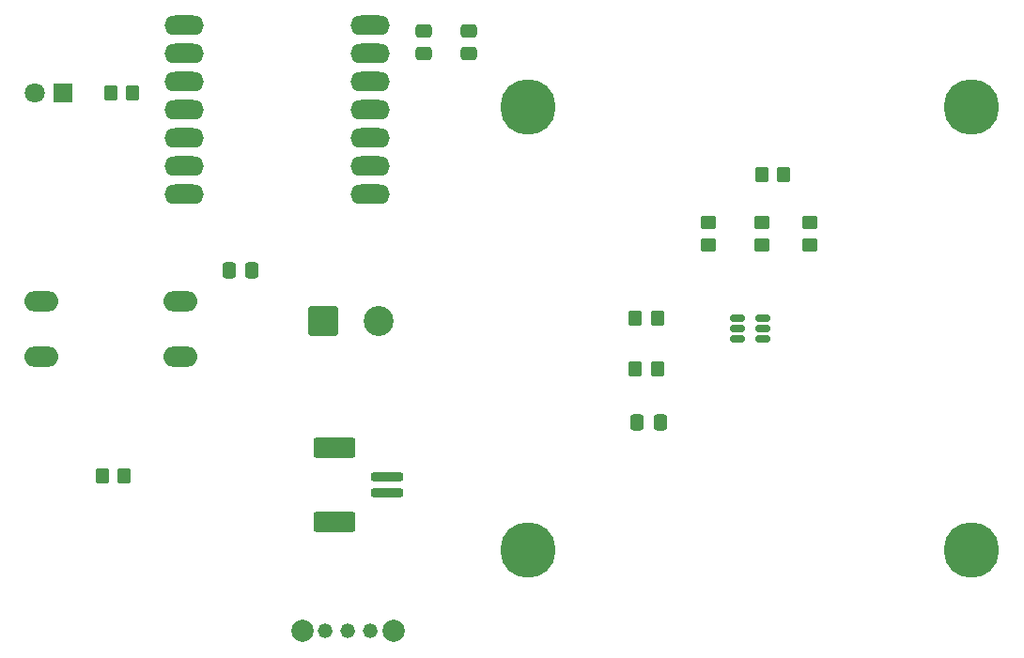
<source format=gbr>
%TF.GenerationSoftware,KiCad,Pcbnew,7.0.9*%
%TF.CreationDate,2024-02-01T23:09:16-08:00*%
%TF.ProjectId,Sensing Device,53656e73-696e-4672-9044-65766963652e,rev?*%
%TF.SameCoordinates,Original*%
%TF.FileFunction,Soldermask,Top*%
%TF.FilePolarity,Negative*%
%FSLAX46Y46*%
G04 Gerber Fmt 4.6, Leading zero omitted, Abs format (unit mm)*
G04 Created by KiCad (PCBNEW 7.0.9) date 2024-02-01 23:09:16*
%MOMM*%
%LPD*%
G01*
G04 APERTURE LIST*
G04 Aperture macros list*
%AMRoundRect*
0 Rectangle with rounded corners*
0 $1 Rounding radius*
0 $2 $3 $4 $5 $6 $7 $8 $9 X,Y pos of 4 corners*
0 Add a 4 corners polygon primitive as box body*
4,1,4,$2,$3,$4,$5,$6,$7,$8,$9,$2,$3,0*
0 Add four circle primitives for the rounded corners*
1,1,$1+$1,$2,$3*
1,1,$1+$1,$4,$5*
1,1,$1+$1,$6,$7*
1,1,$1+$1,$8,$9*
0 Add four rect primitives between the rounded corners*
20,1,$1+$1,$2,$3,$4,$5,0*
20,1,$1+$1,$4,$5,$6,$7,0*
20,1,$1+$1,$6,$7,$8,$9,0*
20,1,$1+$1,$8,$9,$2,$3,0*%
G04 Aperture macros list end*
%ADD10RoundRect,0.250000X0.337500X0.475000X-0.337500X0.475000X-0.337500X-0.475000X0.337500X-0.475000X0*%
%ADD11O,3.048000X1.850000*%
%ADD12C,1.320800*%
%ADD13C,2.006600*%
%ADD14O,3.556000X1.778000*%
%ADD15RoundRect,0.250001X-1.099999X-1.099999X1.099999X-1.099999X1.099999X1.099999X-1.099999X1.099999X0*%
%ADD16C,2.700000*%
%ADD17RoundRect,0.150000X-0.512500X-0.150000X0.512500X-0.150000X0.512500X0.150000X-0.512500X0.150000X0*%
%ADD18RoundRect,0.250000X-0.350000X-0.450000X0.350000X-0.450000X0.350000X0.450000X-0.350000X0.450000X0*%
%ADD19RoundRect,0.250000X0.450000X-0.350000X0.450000X0.350000X-0.450000X0.350000X-0.450000X-0.350000X0*%
%ADD20RoundRect,0.250000X0.475000X-0.337500X0.475000X0.337500X-0.475000X0.337500X-0.475000X-0.337500X0*%
%ADD21RoundRect,0.250000X-1.650000X0.650000X-1.650000X-0.650000X1.650000X-0.650000X1.650000X0.650000X0*%
%ADD22RoundRect,0.200000X-1.250000X0.200000X-1.250000X-0.200000X1.250000X-0.200000X1.250000X0.200000X0*%
%ADD23RoundRect,0.250000X-0.450000X0.350000X-0.450000X-0.350000X0.450000X-0.350000X0.450000X0.350000X0*%
%ADD24RoundRect,0.250000X0.350000X0.450000X-0.350000X0.450000X-0.350000X-0.450000X0.350000X-0.450000X0*%
%ADD25C,5.000000*%
%ADD26C,1.800000*%
%ADD27R,1.800000X1.800000*%
G04 APERTURE END LIST*
D10*
%TO.C,C4*%
X85133000Y-64770000D03*
X83058000Y-64770000D03*
%TD*%
D11*
%TO.C,SW1*%
X66150000Y-67500000D03*
X78650000Y-67500000D03*
X66150000Y-72500000D03*
X78650000Y-72500000D03*
%TD*%
D12*
%TO.C,SW2*%
X91764099Y-97282000D03*
X93764100Y-97282000D03*
X95764101Y-97282000D03*
D13*
X89662000Y-97282000D03*
X97866200Y-97282000D03*
%TD*%
D14*
%TO.C,U1*%
X95758000Y-57912000D03*
X95758000Y-55372000D03*
X95758000Y-52832000D03*
X95758000Y-50292000D03*
X95758000Y-47752000D03*
X95758000Y-45212000D03*
X95758000Y-42672000D03*
X78994000Y-57912000D03*
X78994000Y-55372000D03*
X78994000Y-52832000D03*
X78994000Y-50292000D03*
X78994000Y-47752000D03*
X78994000Y-45212000D03*
X78994000Y-42672000D03*
%TD*%
D15*
%TO.C,J1*%
X91520000Y-69342000D03*
D16*
X96520000Y-69342000D03*
%TD*%
D17*
%TO.C,U2*%
X128862500Y-69050000D03*
X128862500Y-70000000D03*
X128862500Y-70950000D03*
X131137500Y-70950000D03*
X131137500Y-70000000D03*
X131137500Y-69050000D03*
%TD*%
D18*
%TO.C,R7*%
X121666000Y-69088000D03*
X119666000Y-69088000D03*
%TD*%
D19*
%TO.C,R5*%
X135382000Y-62415400D03*
X135382000Y-60415400D03*
%TD*%
D20*
%TO.C,C3*%
X100584000Y-45212000D03*
X100584000Y-43137000D03*
%TD*%
D21*
%TO.C,BT1*%
X92582000Y-87436000D03*
X92582000Y-80736000D03*
D22*
X97282000Y-84836000D03*
X97282000Y-83336000D03*
%TD*%
D18*
%TO.C,R8*%
X121666000Y-73660000D03*
X119666000Y-73660000D03*
%TD*%
D23*
%TO.C,R3*%
X126238000Y-60415400D03*
X126238000Y-62415400D03*
%TD*%
D18*
%TO.C,R1*%
X71628000Y-83312000D03*
X73628000Y-83312000D03*
%TD*%
D10*
%TO.C,C1*%
X119845000Y-78486000D03*
X121920000Y-78486000D03*
%TD*%
D24*
%TO.C,R6*%
X131080000Y-56134000D03*
X133080000Y-56134000D03*
%TD*%
D18*
%TO.C,R2*%
X72390000Y-48768000D03*
X74390000Y-48768000D03*
%TD*%
D19*
%TO.C,R4*%
X131064000Y-62415400D03*
X131064000Y-60415400D03*
%TD*%
D25*
%TO.C,J2*%
X150000000Y-90000000D03*
X110000000Y-90000000D03*
X150000000Y-50000000D03*
X110000000Y-50000000D03*
%TD*%
D26*
%TO.C,D1*%
X65532000Y-48768000D03*
D27*
X68072000Y-48768000D03*
%TD*%
D20*
%TO.C,C2*%
X104648000Y-43137000D03*
X104648000Y-45212000D03*
%TD*%
M02*

</source>
